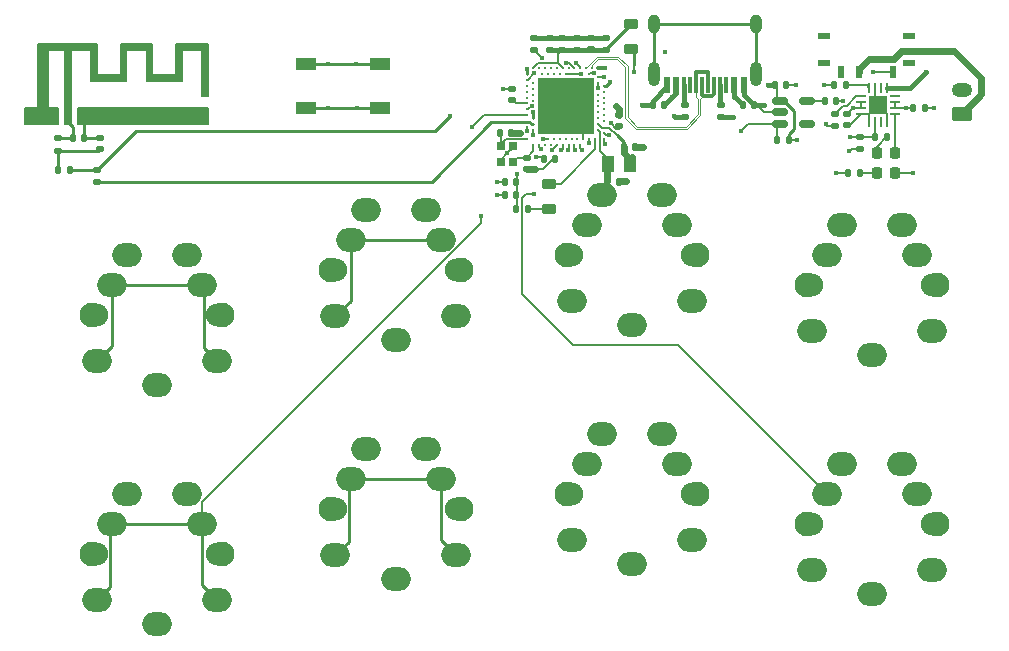
<source format=gtl>
G04 #@! TF.GenerationSoftware,KiCad,Pcbnew,6.0.7-1.fc36*
G04 #@! TF.CreationDate,2022-10-12T21:36:36-05:00*
G04 #@! TF.ProjectId,ardux_mini,61726475-785f-46d6-996e-692e6b696361,rev?*
G04 #@! TF.SameCoordinates,Original*
G04 #@! TF.FileFunction,Copper,L1,Top*
G04 #@! TF.FilePolarity,Positive*
%FSLAX46Y46*%
G04 Gerber Fmt 4.6, Leading zero omitted, Abs format (unit mm)*
G04 Created by KiCad (PCBNEW 6.0.7-1.fc36) date 2022-10-12 21:36:36*
%MOMM*%
%LPD*%
G01*
G04 APERTURE LIST*
G04 Aperture macros list*
%AMRoundRect*
0 Rectangle with rounded corners*
0 $1 Rounding radius*
0 $2 $3 $4 $5 $6 $7 $8 $9 X,Y pos of 4 corners*
0 Add a 4 corners polygon primitive as box body*
4,1,4,$2,$3,$4,$5,$6,$7,$8,$9,$2,$3,0*
0 Add four circle primitives for the rounded corners*
1,1,$1+$1,$2,$3*
1,1,$1+$1,$4,$5*
1,1,$1+$1,$6,$7*
1,1,$1+$1,$8,$9*
0 Add four rect primitives between the rounded corners*
20,1,$1+$1,$2,$3,$4,$5,0*
20,1,$1+$1,$4,$5,$6,$7,0*
20,1,$1+$1,$6,$7,$8,$9,0*
20,1,$1+$1,$8,$9,$2,$3,0*%
G04 Aperture macros list end*
G04 #@! TA.AperFunction,EtchedComponent*
%ADD10C,0.200000*%
G04 #@! TD*
G04 #@! TA.AperFunction,ComponentPad*
%ADD11RoundRect,0.250000X0.625000X-0.350000X0.625000X0.350000X-0.625000X0.350000X-0.625000X-0.350000X0*%
G04 #@! TD*
G04 #@! TA.AperFunction,ComponentPad*
%ADD12O,1.750000X1.200000*%
G04 #@! TD*
G04 #@! TA.AperFunction,SMDPad,CuDef*
%ADD13RoundRect,0.135000X0.135000X0.185000X-0.135000X0.185000X-0.135000X-0.185000X0.135000X-0.185000X0*%
G04 #@! TD*
G04 #@! TA.AperFunction,SMDPad,CuDef*
%ADD14RoundRect,0.218750X0.218750X0.256250X-0.218750X0.256250X-0.218750X-0.256250X0.218750X-0.256250X0*%
G04 #@! TD*
G04 #@! TA.AperFunction,WasherPad*
%ADD15C,2.100000*%
G04 #@! TD*
G04 #@! TA.AperFunction,WasherPad*
%ADD16C,1.900000*%
G04 #@! TD*
G04 #@! TA.AperFunction,ComponentPad*
%ADD17O,2.500000X2.000000*%
G04 #@! TD*
G04 #@! TA.AperFunction,SMDPad,CuDef*
%ADD18RoundRect,0.140000X0.170000X-0.140000X0.170000X0.140000X-0.170000X0.140000X-0.170000X-0.140000X0*%
G04 #@! TD*
G04 #@! TA.AperFunction,SMDPad,CuDef*
%ADD19RoundRect,0.140000X-0.140000X-0.170000X0.140000X-0.170000X0.140000X0.170000X-0.140000X0.170000X0*%
G04 #@! TD*
G04 #@! TA.AperFunction,SMDPad,CuDef*
%ADD20RoundRect,0.140000X0.140000X0.170000X-0.140000X0.170000X-0.140000X-0.170000X0.140000X-0.170000X0*%
G04 #@! TD*
G04 #@! TA.AperFunction,SMDPad,CuDef*
%ADD21RoundRect,0.218750X0.381250X-0.218750X0.381250X0.218750X-0.381250X0.218750X-0.381250X-0.218750X0*%
G04 #@! TD*
G04 #@! TA.AperFunction,SMDPad,CuDef*
%ADD22RoundRect,0.062500X-0.375000X-0.062500X0.375000X-0.062500X0.375000X0.062500X-0.375000X0.062500X0*%
G04 #@! TD*
G04 #@! TA.AperFunction,SMDPad,CuDef*
%ADD23RoundRect,0.062500X-0.062500X-0.375000X0.062500X-0.375000X0.062500X0.375000X-0.062500X0.375000X0*%
G04 #@! TD*
G04 #@! TA.AperFunction,SMDPad,CuDef*
%ADD24R,1.600000X1.600000*%
G04 #@! TD*
G04 #@! TA.AperFunction,SMDPad,CuDef*
%ADD25R,1.700000X1.000000*%
G04 #@! TD*
G04 #@! TA.AperFunction,SMDPad,CuDef*
%ADD26RoundRect,0.135000X-0.185000X0.135000X-0.185000X-0.135000X0.185000X-0.135000X0.185000X0.135000X0*%
G04 #@! TD*
G04 #@! TA.AperFunction,SMDPad,CuDef*
%ADD27C,0.250000*%
G04 #@! TD*
G04 #@! TA.AperFunction,SMDPad,CuDef*
%ADD28R,4.850000X4.850000*%
G04 #@! TD*
G04 #@! TA.AperFunction,SMDPad,CuDef*
%ADD29R,1.066800X1.397000*%
G04 #@! TD*
G04 #@! TA.AperFunction,SMDPad,CuDef*
%ADD30R,0.600000X1.000000*%
G04 #@! TD*
G04 #@! TA.AperFunction,SMDPad,CuDef*
%ADD31R,1.100000X0.600000*%
G04 #@! TD*
G04 #@! TA.AperFunction,SMDPad,CuDef*
%ADD32R,1.000000X0.600000*%
G04 #@! TD*
G04 #@! TA.AperFunction,ComponentPad*
%ADD33O,1.000000X1.600000*%
G04 #@! TD*
G04 #@! TA.AperFunction,ComponentPad*
%ADD34O,1.000000X2.100000*%
G04 #@! TD*
G04 #@! TA.AperFunction,SMDPad,CuDef*
%ADD35R,0.600000X1.450000*%
G04 #@! TD*
G04 #@! TA.AperFunction,SMDPad,CuDef*
%ADD36R,0.300000X1.450000*%
G04 #@! TD*
G04 #@! TA.AperFunction,SMDPad,CuDef*
%ADD37RoundRect,0.147500X-0.147500X-0.172500X0.147500X-0.172500X0.147500X0.172500X-0.147500X0.172500X0*%
G04 #@! TD*
G04 #@! TA.AperFunction,SMDPad,CuDef*
%ADD38RoundRect,0.140000X-0.170000X0.140000X-0.170000X-0.140000X0.170000X-0.140000X0.170000X0.140000X0*%
G04 #@! TD*
G04 #@! TA.AperFunction,SMDPad,CuDef*
%ADD39RoundRect,0.135000X0.185000X-0.135000X0.185000X0.135000X-0.185000X0.135000X-0.185000X-0.135000X0*%
G04 #@! TD*
G04 #@! TA.AperFunction,SMDPad,CuDef*
%ADD40RoundRect,0.150000X-0.512500X-0.150000X0.512500X-0.150000X0.512500X0.150000X-0.512500X0.150000X0*%
G04 #@! TD*
G04 #@! TA.AperFunction,SMDPad,CuDef*
%ADD41R,0.700000X0.750000*%
G04 #@! TD*
G04 #@! TA.AperFunction,ComponentPad*
%ADD42C,0.500000*%
G04 #@! TD*
G04 #@! TA.AperFunction,SMDPad,CuDef*
%ADD43C,0.400000*%
G04 #@! TD*
G04 #@! TA.AperFunction,ViaPad*
%ADD44C,0.400000*%
G04 #@! TD*
G04 #@! TA.AperFunction,Conductor*
%ADD45C,0.600000*%
G04 #@! TD*
G04 #@! TA.AperFunction,Conductor*
%ADD46C,0.293370*%
G04 #@! TD*
G04 #@! TA.AperFunction,Conductor*
%ADD47C,0.127000*%
G04 #@! TD*
G04 #@! TA.AperFunction,Conductor*
%ADD48C,0.100000*%
G04 #@! TD*
G04 #@! TA.AperFunction,Conductor*
%ADD49C,0.200000*%
G04 #@! TD*
G04 #@! TA.AperFunction,Conductor*
%ADD50C,0.400000*%
G04 #@! TD*
G04 #@! TA.AperFunction,Conductor*
%ADD51C,0.175006*%
G04 #@! TD*
G04 #@! TA.AperFunction,Conductor*
%ADD52C,0.300000*%
G04 #@! TD*
G04 APERTURE END LIST*
G36*
X31529308Y-22817667D02*
G01*
X20522641Y-22817667D01*
X20522641Y-21463000D01*
X31529308Y-21463000D01*
X31529308Y-22817667D01*
G37*
D10*
X31529308Y-22817667D02*
X20522641Y-22817667D01*
X20522641Y-21463000D01*
X31529308Y-21463000D01*
X31529308Y-22817667D01*
G36*
X22131308Y-18669000D02*
G01*
X24163308Y-18669000D01*
X24163308Y-16044334D01*
X26787974Y-16044334D01*
X26787974Y-18669000D01*
X28819974Y-18669000D01*
X28819974Y-16044334D01*
X31529308Y-16044334D01*
X31529308Y-20447000D01*
X31021308Y-20447000D01*
X31021308Y-16552334D01*
X29327974Y-16552334D01*
X29327974Y-19177000D01*
X26364641Y-19177000D01*
X26364641Y-16552334D01*
X24586641Y-16552334D01*
X24586641Y-19177000D01*
X21623308Y-19177000D01*
X21623308Y-16552334D01*
X19929974Y-16552334D01*
X19929974Y-22817667D01*
X19421974Y-22817667D01*
X19421974Y-16552334D01*
X17982641Y-16552334D01*
X17982641Y-21463000D01*
X18829308Y-21463000D01*
X18829308Y-22817667D01*
X16035308Y-22817667D01*
X16035308Y-21463000D01*
X17135974Y-21463000D01*
X17135974Y-16044334D01*
X22131308Y-16044334D01*
X22131308Y-18669000D01*
G37*
X22131308Y-18669000D02*
X24163308Y-18669000D01*
X24163308Y-16044334D01*
X26787974Y-16044334D01*
X26787974Y-18669000D01*
X28819974Y-18669000D01*
X28819974Y-16044334D01*
X31529308Y-16044334D01*
X31529308Y-20447000D01*
X31021308Y-20447000D01*
X31021308Y-16552334D01*
X29327974Y-16552334D01*
X29327974Y-19177000D01*
X26364641Y-19177000D01*
X26364641Y-16552334D01*
X24586641Y-16552334D01*
X24586641Y-19177000D01*
X21623308Y-19177000D01*
X21623308Y-16552334D01*
X19929974Y-16552334D01*
X19929974Y-22817667D01*
X19421974Y-22817667D01*
X19421974Y-16552334D01*
X17982641Y-16552334D01*
X17982641Y-21463000D01*
X18829308Y-21463000D01*
X18829308Y-22817667D01*
X16035308Y-22817667D01*
X16035308Y-21463000D01*
X17135974Y-21463000D01*
X17135974Y-16044334D01*
X22131308Y-16044334D01*
X22131308Y-18669000D01*
D11*
X95350000Y-21900000D03*
D12*
X95350000Y-19900000D03*
D13*
X86684000Y-26925000D03*
X85664000Y-26925000D03*
D14*
X89711500Y-26925000D03*
X88136500Y-26925000D03*
D15*
X52892974Y-55372000D03*
X41892974Y-55372000D03*
D16*
X52472974Y-55372000D03*
X42312974Y-55372000D03*
D17*
X43582974Y-52832000D03*
X42292974Y-59272000D03*
X52492974Y-59272000D03*
X51202974Y-52832000D03*
X44852974Y-50292000D03*
X49932974Y-50292000D03*
X47392974Y-61272000D03*
D13*
X85510000Y-19500000D03*
X84490000Y-19500000D03*
D18*
X59100000Y-15520000D03*
X59100000Y-16480000D03*
D16*
X82667974Y-56642000D03*
D15*
X82247974Y-56642000D03*
X93247974Y-56642000D03*
D16*
X92827974Y-56642000D03*
D17*
X92847974Y-60542000D03*
X83937974Y-54102000D03*
X82647974Y-60542000D03*
X91557974Y-54102000D03*
X87747974Y-62542000D03*
X90287974Y-51562000D03*
X85207974Y-51562000D03*
D15*
X21692974Y-59182000D03*
D16*
X22112974Y-59182000D03*
X32272974Y-59182000D03*
D15*
X32692974Y-59182000D03*
D17*
X22092974Y-63082000D03*
X31002974Y-56642000D03*
X23382974Y-56642000D03*
X32292974Y-63082000D03*
X27192974Y-65082000D03*
X24652974Y-54102000D03*
X29732974Y-54102000D03*
D19*
X67680000Y-24700000D03*
X66720000Y-24700000D03*
D20*
X80480000Y-19500000D03*
X79520000Y-19500000D03*
D21*
X67300000Y-16462500D03*
X67300000Y-14337500D03*
D22*
X86808500Y-20405000D03*
X86808500Y-20905000D03*
X86808500Y-21405000D03*
X86808500Y-21905000D03*
D23*
X87496000Y-22592500D03*
X87996000Y-22592500D03*
X88496000Y-22592500D03*
X88996000Y-22592500D03*
D22*
X89683500Y-21905000D03*
X89683500Y-21405000D03*
X89683500Y-20905000D03*
X89683500Y-20405000D03*
D23*
X88996000Y-19717500D03*
X88496000Y-19717500D03*
X87996000Y-19717500D03*
X87496000Y-19717500D03*
D24*
X88246000Y-21155000D03*
D13*
X87990000Y-23900000D03*
X89010000Y-23900000D03*
D25*
X46076000Y-21458000D03*
X39776000Y-21458000D03*
X46076000Y-17658000D03*
X39776000Y-17658000D03*
D26*
X18796000Y-24001000D03*
X18796000Y-25021000D03*
D16*
X62347974Y-54102000D03*
D15*
X61927974Y-54102000D03*
X72927974Y-54102000D03*
D16*
X72507974Y-54102000D03*
D17*
X63617974Y-51562000D03*
X62327974Y-58002000D03*
X72527974Y-58002000D03*
X71237974Y-51562000D03*
X64887974Y-49022000D03*
X67427974Y-60002000D03*
X69967974Y-49022000D03*
D18*
X62765552Y-16474829D03*
X62765552Y-15514829D03*
D13*
X80710000Y-24100000D03*
X79690000Y-24100000D03*
D18*
X60497000Y-16480000D03*
X60497000Y-15520000D03*
D21*
X60400000Y-27837500D03*
X60400000Y-29962500D03*
D27*
X63041500Y-24537500D03*
X62541500Y-24537500D03*
X62041500Y-24537500D03*
X61541500Y-24537500D03*
X61041500Y-24537500D03*
X60541500Y-24537500D03*
X60041500Y-24537500D03*
X59541500Y-24537500D03*
X59041500Y-24537500D03*
X58541500Y-19037500D03*
X64541500Y-18787500D03*
X63791500Y-18537500D03*
X62791500Y-18537500D03*
X62291500Y-18537500D03*
X61791500Y-18537500D03*
X61291500Y-18537500D03*
X60791500Y-18537500D03*
X60291500Y-18537500D03*
X59791500Y-18537500D03*
X58541500Y-18537500D03*
X64541500Y-18037500D03*
X64041500Y-18037500D03*
X63541500Y-18037500D03*
X63041500Y-18037500D03*
X62541500Y-18037500D03*
X62041500Y-18037500D03*
X61541500Y-18037500D03*
X61041500Y-18037500D03*
X60541500Y-18037500D03*
X60041500Y-18037500D03*
X59541500Y-18037500D03*
X59041500Y-18037500D03*
X65041500Y-24037500D03*
X64291500Y-24037500D03*
X63791500Y-24037500D03*
X63291500Y-24037500D03*
X62791500Y-24037500D03*
X62291500Y-24037500D03*
X61791500Y-24037500D03*
X61291500Y-24037500D03*
X60791500Y-24037500D03*
X60291500Y-24037500D03*
X58541500Y-24037500D03*
X65041500Y-23537500D03*
X64541500Y-23287500D03*
X59041500Y-23287500D03*
X58541500Y-23037500D03*
D28*
X61791500Y-21287500D03*
D27*
X64541500Y-22787500D03*
X59041500Y-22787500D03*
X65041500Y-22537500D03*
X64541500Y-22287500D03*
X59041500Y-22287500D03*
X65041500Y-22037500D03*
X58541500Y-22037500D03*
X64541500Y-21787500D03*
X65041500Y-21537500D03*
X58541500Y-21537500D03*
X64541500Y-21287500D03*
X65041500Y-21037500D03*
X58541500Y-21037500D03*
X64541500Y-20787500D03*
X59041500Y-20787500D03*
X65041500Y-20537500D03*
X58541500Y-20537500D03*
X64541500Y-20287500D03*
X59041500Y-20287500D03*
X65041500Y-20037500D03*
X58541500Y-20037500D03*
X59041500Y-19787500D03*
X65041500Y-19537500D03*
X58541500Y-19537500D03*
X64541500Y-19287500D03*
X59041500Y-19287500D03*
D19*
X20094000Y-24003000D03*
X21054000Y-24003000D03*
D14*
X88112500Y-25200000D03*
X89687500Y-25200000D03*
D20*
X57580000Y-27700000D03*
X56620000Y-27700000D03*
D19*
X92180000Y-21400000D03*
X91220000Y-21400000D03*
D18*
X63926000Y-16452000D03*
X63926000Y-15492000D03*
D26*
X71900000Y-22160049D03*
X71900000Y-21140049D03*
D29*
X65377800Y-26200000D03*
X67222200Y-26200000D03*
D30*
X85100000Y-18337500D03*
X86600000Y-18337500D03*
X89500000Y-18337500D03*
D31*
X83700000Y-15344500D03*
D32*
X90900000Y-15344500D03*
D31*
X90900000Y-17630500D03*
D32*
X83700000Y-17630500D03*
D16*
X52472974Y-35172000D03*
X42312974Y-35172000D03*
D15*
X41892974Y-35172000D03*
X52892974Y-35172000D03*
D17*
X52492974Y-39072000D03*
X43582974Y-32632000D03*
X51202974Y-32632000D03*
X42292974Y-39072000D03*
X47392974Y-41072000D03*
X44852974Y-30092000D03*
X49932974Y-30092000D03*
D19*
X76770753Y-21200000D03*
X77730753Y-21200000D03*
D18*
X58500000Y-25620000D03*
X58500000Y-26580000D03*
D33*
X69282292Y-14341870D03*
D34*
X69282292Y-18521870D03*
D33*
X77922292Y-14341870D03*
D34*
X77922292Y-18521870D03*
D35*
X76852292Y-19436870D03*
X76052292Y-19436870D03*
D36*
X75352292Y-19436870D03*
X74352292Y-19436870D03*
X72852292Y-19436870D03*
X71852292Y-19436870D03*
D35*
X71152292Y-19436870D03*
X70352292Y-19436870D03*
X70352292Y-19436870D03*
X71152292Y-19436870D03*
D36*
X72352292Y-19436870D03*
X73352292Y-19436870D03*
X73852292Y-19436870D03*
X74852292Y-19436870D03*
D35*
X76052292Y-19436870D03*
X76852292Y-19436870D03*
D18*
X61513000Y-15520000D03*
X61513000Y-16480000D03*
D20*
X56240000Y-23500000D03*
X57200000Y-23500000D03*
D19*
X60880000Y-25700000D03*
X59920000Y-25700000D03*
D20*
X84680000Y-20800000D03*
X83720000Y-20800000D03*
D18*
X65196000Y-16480000D03*
X65196000Y-15520000D03*
D37*
X58585000Y-30000000D03*
X57615000Y-30000000D03*
D38*
X22100000Y-26700000D03*
X22100000Y-27660000D03*
D15*
X72927974Y-33902000D03*
X61927974Y-33902000D03*
D16*
X62347974Y-33902000D03*
X72507974Y-33902000D03*
D17*
X71237974Y-31362000D03*
X72527974Y-37802000D03*
X62327974Y-37802000D03*
X63617974Y-31362000D03*
X67427974Y-39802000D03*
X64887974Y-28822000D03*
X69967974Y-28822000D03*
D19*
X66280000Y-27700000D03*
X65320000Y-27700000D03*
D18*
X22402982Y-23953916D03*
X22402982Y-24913916D03*
D16*
X92827974Y-36442000D03*
X82667974Y-36442000D03*
D15*
X93247974Y-36442000D03*
X82247974Y-36442000D03*
D17*
X92847974Y-40342000D03*
X83937974Y-33902000D03*
X82647974Y-40342000D03*
X91557974Y-33902000D03*
X90287974Y-31362000D03*
X87747974Y-42342000D03*
X85207974Y-31362000D03*
D18*
X86674000Y-23895000D03*
X86674000Y-24855000D03*
D19*
X69150753Y-21200000D03*
X70110753Y-21200000D03*
D39*
X84574000Y-22916000D03*
X84574000Y-21896000D03*
D40*
X82237500Y-20850000D03*
X82237500Y-22750000D03*
X79962500Y-22750000D03*
X79962500Y-21800000D03*
X79962500Y-20850000D03*
D15*
X32692974Y-38982000D03*
X21692974Y-38982000D03*
D16*
X22112974Y-38982000D03*
X32272974Y-38982000D03*
D17*
X22092974Y-42882000D03*
X23382974Y-36442000D03*
X31002974Y-36442000D03*
X32292974Y-42882000D03*
X27192974Y-44882000D03*
X29732974Y-33902000D03*
X24652974Y-33902000D03*
D38*
X85574000Y-21926000D03*
X85574000Y-22886000D03*
D18*
X66300000Y-22020000D03*
X66300000Y-22980000D03*
D41*
X57300000Y-24653000D03*
X57300000Y-26003000D03*
X56300000Y-26003000D03*
X56300000Y-24653000D03*
D37*
X18815000Y-26700000D03*
X19785000Y-26700000D03*
D20*
X57580000Y-28800000D03*
X56620000Y-28800000D03*
D26*
X74964753Y-21154000D03*
X74964753Y-22174000D03*
D18*
X57290000Y-19820000D03*
X57290000Y-20780000D03*
D42*
X18129974Y-22141000D03*
X27739974Y-22141000D03*
X26139974Y-22141000D03*
X22939974Y-22141000D03*
X30939974Y-22141000D03*
X24539974Y-22141000D03*
X21339974Y-22141000D03*
X16539974Y-22141000D03*
X29339974Y-22141000D03*
D43*
X19679974Y-22611000D03*
D44*
X70200000Y-16700000D03*
X66025772Y-21274228D03*
X68300000Y-24700000D03*
X65500000Y-23700000D03*
X65600000Y-22700000D03*
X65566731Y-19189543D03*
X54600000Y-30600000D03*
X59100000Y-28700000D03*
X56490000Y-19800000D03*
X58951500Y-21229941D03*
X53900000Y-23000000D03*
X56000000Y-28800000D03*
X56000000Y-27700000D03*
X63800000Y-24400000D03*
X63200000Y-25000000D03*
X62600000Y-25000000D03*
X62000000Y-25000000D03*
X61400000Y-25000000D03*
X60595578Y-24986418D03*
X59900000Y-24039002D03*
X59700000Y-24900000D03*
X65116000Y-24500000D03*
X78900000Y-19500000D03*
X57700000Y-27000000D03*
X58511740Y-23375306D03*
X59300000Y-25600000D03*
X59039998Y-23700000D03*
X66900000Y-27600000D03*
X64543002Y-19700000D03*
X65000000Y-18800000D03*
X67600000Y-18400000D03*
X84700000Y-26900000D03*
X76600000Y-23400000D03*
X61811869Y-17614003D03*
X63100000Y-18535998D03*
X62700000Y-17614003D03*
X64196102Y-18496718D03*
X59800000Y-17200000D03*
X59100000Y-18500000D03*
X58500000Y-18100000D03*
X44142000Y-21458000D03*
X41642000Y-21458000D03*
X44042000Y-17658000D03*
X41642000Y-17658000D03*
X59000000Y-21800000D03*
X52000000Y-22100000D03*
X65100000Y-18000000D03*
X61800000Y-23000000D03*
X60200000Y-23000000D03*
X60200000Y-21300000D03*
X61800000Y-21287500D03*
X63300000Y-23000000D03*
X63300000Y-21300000D03*
X63300000Y-19600000D03*
X61800000Y-19600000D03*
X60200000Y-19600000D03*
X59200000Y-26600000D03*
X57900000Y-23510500D03*
X56864597Y-25274071D03*
X92300000Y-18400000D03*
X64620000Y-16480000D03*
X62120000Y-16480000D03*
X62080000Y-15520000D03*
X63280000Y-15520000D03*
X59780000Y-15520000D03*
X68250753Y-21200000D03*
X70830753Y-20480000D03*
X70950753Y-22100000D03*
X75950753Y-22200000D03*
X78550753Y-21200000D03*
X76150753Y-20500000D03*
X87800000Y-18400000D03*
X86095000Y-21405000D03*
X85800000Y-25100000D03*
X91200000Y-26900000D03*
X93000000Y-21400000D03*
X90600000Y-21400000D03*
X85900000Y-23900000D03*
X83700000Y-19500000D03*
X83800000Y-22800000D03*
X88300000Y-21100000D03*
X85300000Y-20800000D03*
X81300000Y-19500000D03*
X81400000Y-24100000D03*
D45*
X86600000Y-18337500D02*
X86600000Y-18137500D01*
X86600000Y-18137500D02*
X87500000Y-17237500D01*
X87500000Y-17237500D02*
X89589000Y-17237500D01*
X94700000Y-16600000D02*
X97000000Y-18900000D01*
X89589000Y-17237500D02*
X90226500Y-16600000D01*
X90226500Y-16600000D02*
X94700000Y-16600000D01*
X97000000Y-18900000D02*
X97000000Y-20250000D01*
X97000000Y-20250000D02*
X95350000Y-21900000D01*
D46*
X80710000Y-23590000D02*
X81100000Y-23200000D01*
X80710000Y-24100000D02*
X80710000Y-23590000D01*
X81100000Y-21675819D02*
X80274181Y-20850000D01*
X81100000Y-23200000D02*
X81100000Y-21675819D01*
X80274181Y-20850000D02*
X79962500Y-20850000D01*
D47*
X58541500Y-21037500D02*
X57547500Y-21037500D01*
X57547500Y-21037500D02*
X57290000Y-20780000D01*
D45*
X66720000Y-25197800D02*
X66720000Y-24700000D01*
D47*
X66600000Y-24200000D02*
X66100000Y-23700000D01*
X66100000Y-23700000D02*
X65490500Y-23090500D01*
D46*
X66720000Y-24700000D02*
X66720000Y-24320000D01*
X66720000Y-24320000D02*
X66100000Y-23700000D01*
D48*
X73352292Y-20524371D02*
X73202292Y-20674371D01*
X67049317Y-17907895D02*
X66241422Y-17100000D01*
X72852292Y-19436870D02*
X72852292Y-20524371D01*
X73202292Y-20674371D02*
X73202292Y-22039130D01*
X73352292Y-19436870D02*
X73352292Y-20524371D01*
X71958578Y-23000000D02*
X67841422Y-23000000D01*
X64479000Y-17100000D02*
X63541500Y-18037500D01*
X73002292Y-21956286D02*
X71958578Y-23000000D01*
X72041422Y-23200000D02*
X67758578Y-23200000D01*
X66241422Y-17100000D02*
X64479000Y-17100000D01*
X67049317Y-22207895D02*
X67049317Y-17907895D01*
X67841422Y-23000000D02*
X67049317Y-22207895D01*
X73002292Y-20674371D02*
X73002292Y-21956286D01*
X72852292Y-20524371D02*
X73002292Y-20674371D01*
X73202292Y-22039130D02*
X72041422Y-23200000D01*
X66158578Y-17300000D02*
X64561843Y-17300000D01*
X67758578Y-23200000D02*
X66849317Y-22290739D01*
X66849317Y-22290739D02*
X66849317Y-17990739D01*
X66849317Y-17990739D02*
X66158578Y-17300000D01*
X64561843Y-17300000D02*
X64041500Y-17820343D01*
X64041500Y-17820343D02*
X64041500Y-18037500D01*
D45*
X66300000Y-21548456D02*
X66025772Y-21274228D01*
X66300000Y-22020000D02*
X66300000Y-21548456D01*
X66720000Y-25197800D02*
X67222200Y-25700000D01*
X67680000Y-24700000D02*
X68300000Y-24700000D01*
D47*
X66720000Y-24200000D02*
X66600000Y-24200000D01*
X64844500Y-23090500D02*
X64541500Y-22787500D01*
X65490500Y-23090500D02*
X64844500Y-23090500D01*
X65204000Y-23700000D02*
X65041500Y-23537500D01*
X66300000Y-23180000D02*
X66080000Y-23180000D01*
X66080000Y-23180000D02*
X65600000Y-22700000D01*
X65500000Y-23700000D02*
X65204000Y-23700000D01*
X64654000Y-22900000D02*
X64541500Y-22787500D01*
D46*
X77922292Y-14341870D02*
X77922292Y-18521870D01*
X69282292Y-14341870D02*
X77922292Y-14341870D01*
X69282292Y-18521870D02*
X69282292Y-14341870D01*
X65196000Y-16480000D02*
X65196000Y-16441500D01*
X65196000Y-16441500D02*
X67300000Y-14337500D01*
D49*
X67600000Y-17800000D02*
X67600000Y-17662500D01*
X67600000Y-18400000D02*
X67600000Y-17800000D01*
D46*
X67600000Y-17800000D02*
X67600000Y-16762500D01*
X67600000Y-16762500D02*
X67300000Y-16462500D01*
X65218774Y-19537500D02*
X65566731Y-19189543D01*
X65041500Y-19537500D02*
X65218774Y-19537500D01*
X51202974Y-32632000D02*
X43582974Y-32632000D01*
X42292974Y-39072000D02*
X43582974Y-37782000D01*
X43582974Y-37782000D02*
X43582974Y-32632000D01*
X51202974Y-52832000D02*
X51202974Y-57982000D01*
X51202974Y-57982000D02*
X52492974Y-59272000D01*
X43582974Y-52832000D02*
X51202974Y-52832000D01*
X42292974Y-59272000D02*
X43409660Y-58155314D01*
X43409660Y-58155314D02*
X43409660Y-53503948D01*
X43409660Y-53503948D02*
X43582974Y-53330634D01*
X43582974Y-53330634D02*
X43582974Y-52832000D01*
X22092974Y-63082000D02*
X23209660Y-61965314D01*
X23209660Y-61965314D02*
X23209660Y-57313948D01*
X23209660Y-57313948D02*
X22960343Y-57064631D01*
X31002974Y-56642000D02*
X31002974Y-61792000D01*
X31002974Y-61792000D02*
X32292974Y-63082000D01*
X23382974Y-56642000D02*
X31002974Y-56642000D01*
X23382974Y-36442000D02*
X31002974Y-36442000D01*
X32292974Y-42882000D02*
X31176288Y-41765314D01*
X31176288Y-41765314D02*
X31176288Y-37113948D01*
X31176288Y-37113948D02*
X31425605Y-36864631D01*
X23382974Y-36442000D02*
X23382974Y-41592000D01*
X23382974Y-41592000D02*
X22092974Y-42882000D01*
D47*
X31259473Y-37266045D02*
X31002974Y-37009546D01*
X31002974Y-37009546D02*
X31002974Y-36442000D01*
X54600000Y-30600000D02*
X54600000Y-31168595D01*
X31002974Y-54765621D02*
X31002974Y-56642000D01*
X54600000Y-31168595D02*
X31002974Y-54765621D01*
X58100000Y-37200000D02*
X62400000Y-41500000D01*
X58100000Y-29057398D02*
X58100000Y-37200000D01*
X58457398Y-28700000D02*
X58100000Y-29057398D01*
X59100000Y-28700000D02*
X58457398Y-28700000D01*
X62400000Y-41500000D02*
X71335974Y-41500000D01*
X71335974Y-41500000D02*
X83937974Y-54102000D01*
X64291500Y-24037500D02*
X64291500Y-24908500D01*
X64291500Y-24908500D02*
X61362500Y-27837500D01*
X61362500Y-27837500D02*
X60400000Y-27837500D01*
X63791500Y-24037500D02*
X63791500Y-24491500D01*
X63791500Y-24491500D02*
X63800000Y-24500000D01*
X56920000Y-19820000D02*
X56900000Y-19800000D01*
X57290000Y-19820000D02*
X56510000Y-19820000D01*
X58643941Y-21537500D02*
X58951500Y-21229941D01*
X58541500Y-21537500D02*
X58643941Y-21537500D01*
X54862500Y-22037500D02*
X53900000Y-23000000D01*
X58541500Y-22037500D02*
X54862500Y-22037500D01*
X56620000Y-28800000D02*
X56000000Y-28800000D01*
X56620000Y-27700000D02*
X56000000Y-27700000D01*
X63291500Y-24037500D02*
X63291500Y-23008500D01*
X63291500Y-23008500D02*
X63300000Y-23000000D01*
X63041500Y-24841500D02*
X63200000Y-25000000D01*
X63041500Y-24537500D02*
X63041500Y-24841500D01*
X62541500Y-24941500D02*
X62600000Y-25000000D01*
X62541500Y-24537500D02*
X62541500Y-24941500D01*
X62041500Y-24958500D02*
X62000000Y-25000000D01*
X62041500Y-24537500D02*
X62041500Y-24958500D01*
X61541500Y-24858500D02*
X61400000Y-25000000D01*
X61541500Y-24537500D02*
X61541500Y-24858500D01*
X61041500Y-24540496D02*
X60595578Y-24986418D01*
X61041500Y-24537500D02*
X61041500Y-24540496D01*
X59901502Y-24037500D02*
X59900000Y-24039002D01*
X60291500Y-24037500D02*
X59901502Y-24037500D01*
D49*
X59541500Y-24741500D02*
X59700000Y-24900000D01*
X59541500Y-24537500D02*
X59541500Y-24741500D01*
X65041500Y-24425500D02*
X65116000Y-24500000D01*
X65041500Y-24037500D02*
X65041500Y-24425500D01*
D50*
X78900000Y-19500000D02*
X79520000Y-19500000D01*
D47*
X58585000Y-30000000D02*
X60362500Y-30000000D01*
X60362500Y-30000000D02*
X60400000Y-29962500D01*
X57700000Y-27000000D02*
X57700000Y-29915000D01*
X57700000Y-29915000D02*
X57615000Y-30000000D01*
X58541500Y-23037500D02*
X58541500Y-23345546D01*
X58541500Y-23345546D02*
X58511740Y-23375306D01*
X60880000Y-25600000D02*
X59880000Y-26600000D01*
X59880000Y-26600000D02*
X59200000Y-26600000D01*
X60880000Y-25600000D02*
X60880000Y-25720000D01*
X59041500Y-23287500D02*
X59041500Y-23698498D01*
X59300000Y-25600000D02*
X59920000Y-25600000D01*
X59041500Y-23698498D02*
X59039998Y-23700000D01*
D45*
X67380000Y-25542200D02*
X67222200Y-25700000D01*
X66280000Y-27600000D02*
X66900000Y-27600000D01*
X65320000Y-27600000D02*
X65320000Y-26257800D01*
X65320000Y-25757800D02*
X65377800Y-25700000D01*
D47*
X65377800Y-25700000D02*
X64726000Y-25048200D01*
X64726000Y-25048200D02*
X64726000Y-23472000D01*
X64726000Y-23472000D02*
X64541500Y-23287500D01*
D49*
X64541500Y-19698498D02*
X64543002Y-19700000D01*
X64541500Y-19287500D02*
X64541500Y-19698498D01*
X61118503Y-17614503D02*
X61118503Y-16874497D01*
X61118503Y-16874497D02*
X61513000Y-16480000D01*
X65000000Y-18800000D02*
X64554000Y-18800000D01*
X64554000Y-18800000D02*
X64541500Y-18787500D01*
X79908159Y-20850000D02*
X79662500Y-20850000D01*
X79662500Y-21800000D02*
X78600000Y-21800000D01*
X78600000Y-21800000D02*
X78000000Y-21200000D01*
D47*
X84700000Y-26900000D02*
X85639000Y-26900000D01*
X85639000Y-26900000D02*
X85664000Y-26925000D01*
X77250000Y-22750000D02*
X76600000Y-23400000D01*
X79662500Y-22750000D02*
X77250000Y-22750000D01*
X62118003Y-17614003D02*
X61811869Y-17614003D01*
X62541500Y-18037500D02*
X62118003Y-17614003D01*
X63098498Y-18537500D02*
X63100000Y-18535998D01*
X62791500Y-18537500D02*
X63098498Y-18537500D01*
D51*
X63041500Y-17955503D02*
X62700000Y-17614003D01*
X63041500Y-18037500D02*
X63041500Y-17955503D01*
X61541500Y-18037500D02*
X61118503Y-17614503D01*
X61118503Y-17614503D02*
X59464497Y-17614503D01*
X59464497Y-17614503D02*
X59041500Y-18037500D01*
X62791500Y-18537500D02*
X61791500Y-18537500D01*
X59100000Y-16480000D02*
X59100000Y-16500000D01*
X59100000Y-16500000D02*
X59800000Y-17200000D01*
X64196102Y-18496718D02*
X63832282Y-18496718D01*
X63832282Y-18496718D02*
X63791500Y-18537500D01*
D47*
X58562500Y-19037500D02*
X59100000Y-18500000D01*
X58541500Y-19037500D02*
X58562500Y-19037500D01*
D46*
X58541500Y-18141500D02*
X58500000Y-18100000D01*
X58541500Y-18537500D02*
X58541500Y-18141500D01*
X44142000Y-21458000D02*
X46076000Y-21458000D01*
X41642000Y-21458000D02*
X44142000Y-21458000D01*
X39776000Y-21458000D02*
X41642000Y-21458000D01*
X44042000Y-17658000D02*
X46076000Y-17658000D01*
X41642000Y-17658000D02*
X44042000Y-17658000D01*
X39776000Y-17658000D02*
X41642000Y-17658000D01*
X20094000Y-24003000D02*
X20094000Y-23025026D01*
X20094000Y-23025026D02*
X19679974Y-22611000D01*
X18796000Y-24001000D02*
X20092000Y-24001000D01*
X20092000Y-24001000D02*
X20094000Y-24003000D01*
X21054000Y-24003000D02*
X21054000Y-22426974D01*
X21054000Y-22426974D02*
X21339974Y-22141000D01*
X22402982Y-23953916D02*
X21103084Y-23953916D01*
X21103084Y-23953916D02*
X21054000Y-24003000D01*
X18796000Y-25021000D02*
X22295898Y-25021000D01*
X22295898Y-25021000D02*
X22402982Y-24913916D01*
X18815000Y-26700000D02*
X18815000Y-25040000D01*
X18815000Y-25040000D02*
X18796000Y-25021000D01*
X22100000Y-27660000D02*
X50440000Y-27660000D01*
X50440000Y-27660000D02*
X55461185Y-22638815D01*
X55461185Y-22638815D02*
X58738815Y-22638815D01*
X58738815Y-22638815D02*
X58887500Y-22787500D01*
X58887500Y-22787500D02*
X59041500Y-22787500D01*
X25400000Y-23400000D02*
X47900000Y-23400000D01*
X22100000Y-26700000D02*
X25400000Y-23400000D01*
X47900000Y-23400000D02*
X50700000Y-23400000D01*
X50700000Y-23400000D02*
X52000000Y-22100000D01*
X59000000Y-21800000D02*
X59000000Y-22246000D01*
X59000000Y-22246000D02*
X59041500Y-22287500D01*
X22100000Y-26700000D02*
X19785000Y-26700000D01*
D52*
X64541500Y-18037500D02*
X65062500Y-18037500D01*
X65062500Y-18037500D02*
X65100000Y-18000000D01*
X73352292Y-19436870D02*
X73352292Y-20311870D01*
X73352292Y-20311870D02*
X73452292Y-20411870D01*
X74163422Y-20411870D02*
X74352292Y-20223000D01*
X73452292Y-20411870D02*
X74163422Y-20411870D01*
X74352292Y-20223000D02*
X74352292Y-19436870D01*
X72852292Y-19436870D02*
X72852292Y-18411870D01*
X72852292Y-18411870D02*
X72864162Y-18400000D01*
X72864162Y-18400000D02*
X73850753Y-18400000D01*
X73850753Y-18400000D02*
X73852292Y-18401539D01*
X73852292Y-18401539D02*
X73852292Y-19436870D01*
D45*
X59180000Y-26580000D02*
X59200000Y-26600000D01*
X58500000Y-26580000D02*
X59180000Y-26580000D01*
X57889500Y-23500000D02*
X57900000Y-23510500D01*
X57200000Y-23500000D02*
X57889500Y-23500000D01*
D49*
X56300000Y-26003000D02*
X56300000Y-25838668D01*
X56300000Y-25838668D02*
X56864597Y-25274071D01*
X57300000Y-24838668D02*
X56864597Y-25274071D01*
X57300000Y-24653000D02*
X57300000Y-24838668D01*
X58500000Y-25620000D02*
X57683000Y-25620000D01*
X57683000Y-25620000D02*
X57300000Y-26003000D01*
X59041500Y-24537500D02*
X59041500Y-25078500D01*
X59041500Y-25078500D02*
X58500000Y-25620000D01*
X56300000Y-24653000D02*
X56300000Y-24474000D01*
X56300000Y-24474000D02*
X56736500Y-24037500D01*
X56736500Y-24037500D02*
X58541500Y-24037500D01*
X56300000Y-24653000D02*
X56300000Y-23560000D01*
X56300000Y-23560000D02*
X56240000Y-23500000D01*
D50*
X90982500Y-19717500D02*
X92300000Y-18400000D01*
X88996000Y-19717500D02*
X90982500Y-19717500D01*
X64620000Y-16480000D02*
X65196000Y-16480000D01*
X62120000Y-16480000D02*
X64620000Y-16480000D01*
X62080000Y-15520000D02*
X59780000Y-15520000D01*
X63280000Y-15520000D02*
X62080000Y-15520000D01*
X59780000Y-15520000D02*
X59100000Y-15520000D01*
X65196000Y-15520000D02*
X63280000Y-15520000D01*
X60497000Y-16480000D02*
X62120000Y-16480000D01*
X69150753Y-21200000D02*
X68250753Y-21200000D01*
X69150753Y-21200000D02*
X69150753Y-20800000D01*
X69150753Y-20800000D02*
X70352292Y-19598461D01*
X70352292Y-19598461D02*
X70352292Y-19436870D01*
X70830753Y-20480000D02*
X71152292Y-20158461D01*
X70110753Y-21200000D02*
X70830753Y-20480000D01*
X71152292Y-20158461D02*
X71152292Y-19436870D01*
X71010802Y-22160049D02*
X70950753Y-22100000D01*
X71900000Y-22160049D02*
X71010802Y-22160049D01*
X71900000Y-21140049D02*
X71852292Y-21092341D01*
X71852292Y-21092341D02*
X71852292Y-19436870D01*
X75924753Y-22174000D02*
X75950753Y-22200000D01*
X74964753Y-22174000D02*
X75924753Y-22174000D01*
X74964753Y-21154000D02*
X74852292Y-21041539D01*
X74852292Y-21041539D02*
X74852292Y-19436870D01*
X77730753Y-21200000D02*
X77730753Y-21189562D01*
X76850753Y-20309562D02*
X76850753Y-19438409D01*
X77730753Y-21189562D02*
X76850753Y-20309562D01*
X76850753Y-19438409D02*
X76852292Y-19436870D01*
X77730753Y-21200000D02*
X78550753Y-21200000D01*
X76150753Y-20500000D02*
X76052292Y-20481539D01*
X76770753Y-21200000D02*
X76150753Y-20500000D01*
X76052292Y-20481539D02*
X76052292Y-19436870D01*
D49*
X87862500Y-18337500D02*
X87800000Y-18400000D01*
X89500000Y-18337500D02*
X87862500Y-18337500D01*
X84574000Y-21896000D02*
X85243000Y-21227000D01*
X85243000Y-21227000D02*
X85573000Y-21227000D01*
X85573000Y-21227000D02*
X86395000Y-20405000D01*
X86395000Y-20405000D02*
X86808500Y-20405000D01*
X86045000Y-24855000D02*
X85800000Y-25100000D01*
X86674000Y-24855000D02*
X86045000Y-24855000D01*
X88136500Y-26925000D02*
X86684000Y-26925000D01*
X91175000Y-26925000D02*
X91200000Y-26900000D01*
X89711500Y-26925000D02*
X91175000Y-26925000D01*
X88112500Y-25200000D02*
X88112500Y-24697500D01*
X88112500Y-24697500D02*
X89010000Y-23800000D01*
X89683500Y-21905000D02*
X89683500Y-25196000D01*
X89683500Y-25196000D02*
X89687500Y-25200000D01*
X92180000Y-21400000D02*
X93000000Y-21400000D01*
X89683500Y-21405000D02*
X90595000Y-21405000D01*
X90595000Y-21405000D02*
X90600000Y-21400000D01*
X91220000Y-21400000D02*
X90600000Y-21400000D01*
X86674000Y-23895000D02*
X87895000Y-23895000D01*
X87895000Y-23895000D02*
X87990000Y-23800000D01*
X87990000Y-23800000D02*
X87990000Y-22598500D01*
X87990000Y-22598500D02*
X87996000Y-22592500D01*
X85905000Y-23895000D02*
X85900000Y-23900000D01*
X86674000Y-23895000D02*
X85905000Y-23895000D01*
X84490000Y-19500000D02*
X83700000Y-19500000D01*
X85510000Y-19500000D02*
X87278500Y-19500000D01*
X87278500Y-19500000D02*
X87496000Y-19717500D01*
X83916000Y-22916000D02*
X83800000Y-22800000D01*
X84574000Y-22916000D02*
X83916000Y-22916000D01*
X85574000Y-22886000D02*
X85827500Y-22886000D01*
X85827500Y-22886000D02*
X86808500Y-21905000D01*
X87496000Y-22592500D02*
X87496000Y-21905000D01*
X87496000Y-21905000D02*
X88246000Y-21155000D01*
X87496000Y-21905000D02*
X86808500Y-21905000D01*
X88246000Y-21155000D02*
X87996000Y-20905000D01*
X87996000Y-20905000D02*
X87996000Y-19717500D01*
X88996000Y-22592500D02*
X88996000Y-21905000D01*
X88996000Y-21905000D02*
X88246000Y-21155000D01*
X86808500Y-21405000D02*
X86808500Y-20905000D01*
X85574000Y-21926000D02*
X86095000Y-21405000D01*
X86095000Y-21405000D02*
X86808500Y-21405000D01*
X84480000Y-20800000D02*
X85300000Y-20800000D01*
X80480000Y-19500000D02*
X81300000Y-19500000D01*
X79662500Y-20850000D02*
X79662500Y-19642500D01*
X79662500Y-19642500D02*
X79520000Y-19500000D01*
X80710000Y-24100000D02*
X81400000Y-24100000D01*
X79690000Y-24100000D02*
X79690000Y-22777500D01*
X79690000Y-22777500D02*
X79662500Y-22750000D01*
X89683500Y-20905000D02*
X89683500Y-21405000D01*
X81937500Y-20850000D02*
X83470000Y-20850000D01*
M02*

</source>
